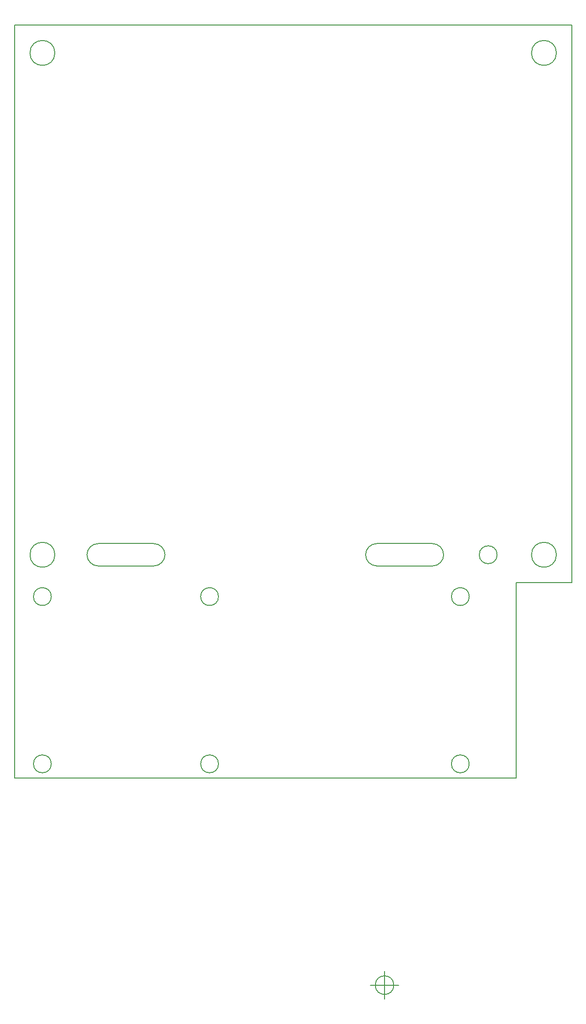
<source format=gbr>
G04 #@! TF.FileFunction,Profile,NP*
%FSLAX46Y46*%
G04 Gerber Fmt 4.6, Leading zero omitted, Abs format (unit mm)*
G04 Created by KiCad (PCBNEW 4.0.2+dfsg1-stable) date 2017年07月19日 12時55分51秒*
%MOMM*%
G01*
G04 APERTURE LIST*
%ADD10C,0.100000*%
%ADD11C,0.200000*%
G04 APERTURE END LIST*
D10*
D11*
X181085600Y-136244800D02*
X191085600Y-136244800D01*
X156085600Y-129244800D02*
X157085600Y-129244800D01*
X156085600Y-133244800D02*
X166085600Y-133244800D01*
X157085600Y-129244800D02*
X166085600Y-129244800D01*
X106085600Y-133244800D02*
X116085600Y-133244800D01*
X106085600Y-129244800D02*
X116085600Y-129244800D01*
X154085600Y-131244800D02*
G75*
G03X156085600Y-133244800I2000000J0D01*
G01*
X156085600Y-129244800D02*
G75*
G03X154085600Y-131244800I0J-2000000D01*
G01*
X168085600Y-131244800D02*
G75*
G03X166085600Y-129244800I-2000000J0D01*
G01*
X166085600Y-133244800D02*
G75*
G03X168085600Y-131244800I0J2000000D01*
G01*
X118085600Y-131244800D02*
G75*
G03X116085600Y-129244800I-2000000J0D01*
G01*
X116085600Y-133244800D02*
G75*
G03X118085600Y-131244800I0J2000000D01*
G01*
X106085600Y-129244800D02*
G75*
G03X104085600Y-131244800I0J-2000000D01*
G01*
X104085600Y-131244800D02*
G75*
G03X106085600Y-133244800I2000000J0D01*
G01*
X98321668Y-41244800D02*
G75*
G03X98321668Y-41244800I-2236068J0D01*
G01*
X188321668Y-41244800D02*
G75*
G03X188321668Y-41244800I-2236068J0D01*
G01*
X188321668Y-131244800D02*
G75*
G03X188321668Y-131244800I-2236068J0D01*
G01*
X98321668Y-131244800D02*
G75*
G03X98321668Y-131244800I-2236068J0D01*
G01*
X177685600Y-131244800D02*
G75*
G03X177685600Y-131244800I-1600000J0D01*
G01*
X191085600Y-36244800D02*
X191085600Y-136244800D01*
X91085600Y-36244800D02*
X191085600Y-36244800D01*
X91085600Y-136244800D02*
X91085600Y-36244800D01*
X181085600Y-171244800D02*
X181085600Y-168744800D01*
X91085600Y-171244800D02*
X181085600Y-171244800D01*
X91085600Y-168744800D02*
X91085600Y-171244800D01*
X91085600Y-138744800D02*
X91085600Y-168744800D01*
X91085600Y-136244800D02*
X91085600Y-138744800D01*
X181085600Y-138744800D02*
X181085600Y-136244800D01*
X127685600Y-168744800D02*
G75*
G03X127685600Y-168744800I-1600000J0D01*
G01*
X97685600Y-168744800D02*
G75*
G03X97685600Y-168744800I-1600000J0D01*
G01*
X97685600Y-138744800D02*
G75*
G03X97685600Y-138744800I-1600000J0D01*
G01*
X127685600Y-138744800D02*
G75*
G03X127685600Y-138744800I-1600000J0D01*
G01*
X172685600Y-168744800D02*
G75*
G03X172685600Y-168744800I-1600000J0D01*
G01*
X172685600Y-138744800D02*
G75*
G03X172685600Y-138744800I-1600000J0D01*
G01*
X181085600Y-168744800D02*
X181085600Y-153744800D01*
X91085600Y-138744800D02*
X91085600Y-168744800D01*
X181085600Y-153744800D02*
X181085600Y-138744800D01*
X159150666Y-208424600D02*
G75*
G03X159150666Y-208424600I-1666666J0D01*
G01*
X154984000Y-208424600D02*
X159984000Y-208424600D01*
X157484000Y-205924600D02*
X157484000Y-210924600D01*
M02*

</source>
